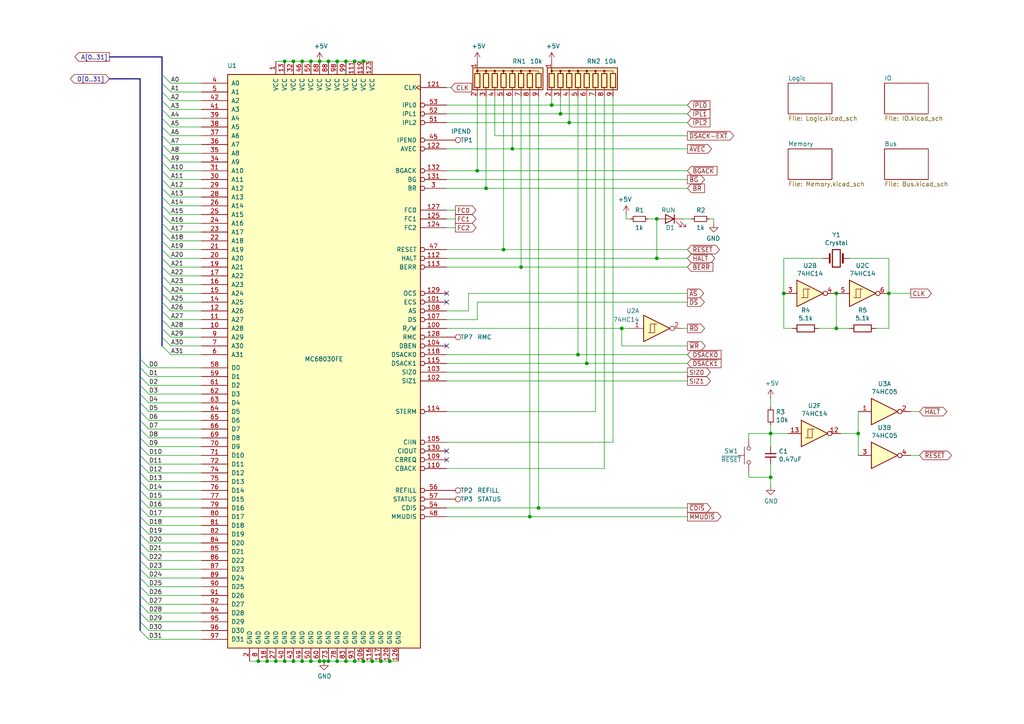
<source format=kicad_sch>
(kicad_sch (version 20250114) (generator "eeschema") (generator_version "9.0")
  (paper "A4")
  (title_block (title "Single Board Computer") (rev "2"))
  (lib_symbols
    (symbol "74xx:74HC14" (pin_names (offset 1.016))
      (property "Reference" "U" (at 0 1.27 0))
      (property "Value" "74HC14" (at 0 -1.27 0))
      (symbol "74HC14_1_0"
        (pin input line (at -7.62 0 0) (length 3.81) (name "~") (number "1"))
        (pin output inverted (at 7.62 0 180) (length 3.81) (name "~") (number "2"))
      )
      (symbol "74HC14_2_0"
        (pin input line (at -7.62 0 0) (length 3.81) (name "~") (number "3"))
        (pin output inverted (at 7.62 0 180) (length 3.81) (name "~") (number "4"))
      )
      (symbol "74HC14_3_0"
        (pin input line (at -7.62 0 0) (length 3.81) (name "~") (number "5"))
        (pin output inverted (at 7.62 0 180) (length 3.81) (name "~") (number "6"))
      )
      (symbol "74HC14_4_0"
        (pin input line (at -7.62 0 0) (length 3.81) (name "~") (number "9"))
        (pin output inverted (at 7.62 0 180) (length 3.81) (name "~") (number "8"))
      )
      (symbol "74HC14_5_0"
        (pin input line (at -7.62 0 0) (length 3.81) (name "~") (number "11"))
        (pin output inverted (at 7.62 0 180) (length 3.81) (name "~") (number "10"))
      )
      (symbol "74HC14_6_0"
        (pin input line (at -7.62 0 0) (length 3.81) (name "~") (number "13"))
        (pin output inverted (at 7.62 0 180) (length 3.81) (name "~") (number "12"))
      )
      (symbol "74HC14_7_0"
        (pin power_in line (at 0 12.7 270) (length 5.08) (name "VCC") (number "14"))
        (pin power_in line (at 0 -12.7 90) (length 5.08) (name "GND") (number "7"))
      )
    )
    (symbol "74xx:74LS05" (pin_names (offset 1.016))
      (property "Reference" "U" (at 0 1.27 0))
      (property "Value" "74LS05" (at 0 -1.27 0))
      (symbol "74LS05_1_0"
        (pin input line (at -7.62 0 0) (length 3.81) (name "~") (number "1"))
        (pin open_collector inverted (at 7.62 0 180) (length 3.81) (name "~") (number "2"))
      )
      (symbol "74LS05_2_0"
        (pin input line (at -7.62 0 0) (length 3.81) (name "~") (number "3"))
        (pin open_collector inverted (at 7.62 0 180) (length 3.81) (name "~") (number "4"))
      )
      (symbol "74LS05_3_0"
        (pin input line (at -7.62 0 0) (length 3.81) (name "~") (number "5"))
        (pin open_collector inverted (at 7.62 0 180) (length 3.81) (name "~") (number "6"))
      )
      (symbol "74LS05_4_0"
        (pin input line (at -7.62 0 0) (length 3.81) (name "~") (number "9"))
        (pin open_collector inverted (at 7.62 0 180) (length 3.81) (name "~") (number "8"))
      )
      (symbol "74LS05_5_0"
        (pin input line (at -7.62 0 0) (length 3.81) (name "~") (number "11"))
        (pin open_collector inverted (at 7.62 0 180) (length 3.81) (name "~") (number "10"))
      )
      (symbol "74LS05_6_0"
        (pin input line (at -7.62 0 0) (length 3.81) (name "~") (number "13"))
        (pin open_collector inverted (at 7.62 0 180) (length 3.81) (name "~") (number "12"))
      )
      (symbol "74LS05_7_0"
        (pin power_in line (at 0 12.7 270) (length 5.08) (name "VCC") (number "14"))
        (pin power_in line (at 0 -12.7 90) (length 5.08) (name "GND") (number "7"))
      )
    )
    (symbol "Computie_68k:MC68030FE" (pin_names (offset 1.016))
      (property "Reference" "U" (at 0 2.54 0))
      (property "Value" "MC68030FE" (at 0 0 0))
      (symbol "MC68030FE_1_1"
        (pin output line (at -35.56 80.01 0) (length 7.62) (name "A0") (number "4"))
        (pin output line (at -35.56 77.47 0) (length 7.62) (name "A1") (number "5"))
        (pin output line (at -35.56 74.93 0) (length 7.62) (name "A2") (number "42"))
        (pin output line (at -35.56 72.39 0) (length 7.62) (name "A3") (number "41"))
        (pin output line (at -35.56 69.85 0) (length 7.62) (name "A4") (number "39"))
        (pin output line (at -35.56 67.31 0) (length 7.62) (name "A5") (number "38"))
        (pin output line (at -35.56 64.77 0) (length 7.62) (name "A6") (number "37"))
        (pin output line (at -35.56 62.23 0) (length 7.62) (name "A7") (number "36"))
        (pin output line (at -35.56 59.69 0) (length 7.62) (name "A8") (number "35"))
        (pin output line (at -35.56 57.15 0) (length 7.62) (name "A9") (number "34"))
        (pin output line (at -35.56 54.61 0) (length 7.62) (name "A10") (number "31"))
        (pin output line (at -35.56 52.07 0) (length 7.62) (name "A11") (number "30"))
        (pin output line (at -35.56 49.53 0) (length 7.62) (name "A12") (number "29"))
        (pin output line (at -35.56 46.99 0) (length 7.62) (name "A13") (number "28"))
        (pin output line (at -35.56 44.45 0) (length 7.62) (name "A14") (number "26"))
        (pin output line (at -35.56 41.91 0) (length 7.62) (name "A15") (number "25"))
        (pin output line (at -35.56 39.37 0) (length 7.62) (name "A16") (number "24"))
        (pin output line (at -35.56 36.83 0) (length 7.62) (name "A17") (number "23"))
        (pin output line (at -35.56 34.29 0) (length 7.62) (name "A18") (number "22"))
        (pin output line (at -35.56 31.75 0) (length 7.62) (name "A19") (number "21"))
        (pin output line (at -35.56 29.21 0) (length 7.62) (name "A20") (number "20"))
        (pin output line (at -35.56 26.67 0) (length 7.62) (name "A21") (number "19"))
        (pin output line (at -35.56 24.13 0) (length 7.62) (name "A22") (number "17"))
        (pin output line (at -35.56 21.59 0) (length 7.62) (name "A23") (number "16"))
        (pin output line (at -35.56 19.05 0) (length 7.62) (name "A24") (number "15"))
        (pin output line (at -35.56 16.51 0) (length 7.62) (name "A25") (number "14"))
        (pin output line (at -35.56 13.97 0) (length 7.62) (name "A26") (number "12"))
        (pin output line (at -35.56 11.43 0) (length 7.62) (name "A27") (number "11"))
        (pin output line (at -35.56 8.89 0) (length 7.62) (name "A28") (number "10"))
        (pin output line (at -35.56 6.35 0) (length 7.62) (name "A29") (number "9"))
        (pin output line (at -35.56 3.81 0) (length 7.62) (name "A30") (number "7"))
        (pin output line (at -35.56 1.27 0) (length 7.62) (name "A31") (number "6"))
        (pin bidirectional line (at -35.56 -2.54 0) (length 7.62) (name "D0") (number "58"))
        (pin bidirectional line (at -35.56 -5.08 0) (length 7.62) (name "D1") (number "59"))
        (pin bidirectional line (at -35.56 -7.62 0) (length 7.62) (name "D2") (number "61"))
        (pin bidirectional line (at -35.56 -10.16 0) (length 7.62) (name "D3") (number "62"))
        (pin bidirectional line (at -35.56 -12.7 0) (length 7.62) (name "D4") (number "63"))
        (pin bidirectional line (at -35.56 -15.24 0) (length 7.62) (name "D5") (number "64"))
        (pin bidirectional line (at -35.56 -17.78 0) (length 7.62) (name "D6") (number "65"))
        (pin bidirectional line (at -35.56 -20.32 0) (length 7.62) (name "D7") (number "66"))
        (pin bidirectional line (at -35.56 -22.86 0) (length 7.62) (name "D8") (number "69"))
        (pin bidirectional line (at -35.56 -25.4 0) (length 7.62) (name "D9") (number "70"))
        (pin bidirectional line (at -35.56 -27.94 0) (length 7.62) (name "D10") (number "71"))
        (pin bidirectional line (at -35.56 -30.48 0) (length 7.62) (name "D11") (number "72"))
        (pin bidirectional line (at -35.56 -33.02 0) (length 7.62) (name "D12") (number "74"))
        (pin bidirectional line (at -35.56 -35.56 0) (length 7.62) (name "D13") (number "75"))
        (pin bidirectional line (at -35.56 -38.1 0) (length 7.62) (name "D14") (number "76"))
        (pin bidirectional line (at -35.56 -40.64 0) (length 7.62) (name "D15") (number "77"))
        (pin bidirectional line (at -35.56 -43.18 0) (length 7.62) (name "D16") (number "79"))
        (pin bidirectional line (at -35.56 -45.72 0) (length 7.62) (name "D17") (number "80"))
        (pin bidirectional line (at -35.56 -48.26 0) (length 7.62) (name "D18") (number "81"))
        (pin bidirectional line (at -35.56 -50.8 0) (length 7.62) (name "D19") (number "82"))
        (pin bidirectional line (at -35.56 -53.34 0) (length 7.62) (name "D20") (number "84"))
        (pin bidirectional line (at -35.56 -55.88 0) (length 7.62) (name "D21") (number "85"))
        (pin bidirectional line (at -35.56 -58.42 0) (length 7.62) (name "D22") (number "86"))
        (pin bidirectional line (at -35.56 -60.96 0) (length 7.62) (name "D23") (number "87"))
        (pin bidirectional line (at -35.56 -63.5 0) (length 7.62) (name "D24") (number "89"))
        (pin bidirectional line (at -35.56 -66.04 0) (length 7.62) (name "D25") (number "90"))
        (pin bidirectional line (at -35.56 -68.58 0) (length 7.62) (name "D26") (number "91"))
        (pin bidirectional line (at -35.56 -71.12 0) (length 7.62) (name "D27") (number "92"))
        (pin bidirectional line (at -35.56 -73.66 0) (length 7.62) (name "D28") (number "94"))
        (pin bidirectional line (at -35.56 -76.2 0) (length 7.62) (name "D29") (number "95"))
        (pin bidirectional line (at -35.56 -78.74 0) (length 7.62) (name "D30") (number "96"))
        (pin bidirectional line (at -35.56 -81.28 0) (length 7.62) (name "D31") (number "97"))
        (pin power_in line (at -21.59 -87.63 90) (length 3.81) (name "GND") (number "2"))
        (pin power_in line (at -19.05 -87.63 90) (length 3.81) (name "GND") (number "8"))
        (pin power_in line (at -16.51 -87.63 90) (length 3.81) (name "GND") (number "18"))
        (pin power_in line (at -13.97 86.36 270) (length 3.81) (name "VCC") (number "1"))
        (pin power_in line (at -13.97 -87.63 90) (length 3.81) (name "GND") (number "27"))
        (pin power_in line (at -11.43 86.36 270) (length 3.81) (name "VCC") (number "13"))
        (pin power_in line (at -11.43 -87.63 90) (length 3.81) (name "GND") (number "40"))
        (pin power_in line (at -8.89 86.36 270) (length 3.81) (name "VCC") (number "32"))
        (pin power_in line (at -8.89 -87.63 90) (length 3.81) (name "GND") (number "43"))
        (pin power_in line (at -6.35 86.36 270) (length 3.81) (name "VCC") (number "46"))
        (pin power_in line (at -6.35 -87.63 90) (length 3.81) (name "GND") (number "49"))
        (pin power_in line (at -3.81 86.36 270) (length 3.81) (name "VCC") (number "55"))
        (pin power_in line (at -3.81 -87.63 90) (length 3.81) (name "GND") (number "50"))
        (pin power_in line (at -1.27 86.36 270) (length 3.81) (name "VCC") (number "68"))
        (pin power_in line (at -1.27 -87.63 90) (length 3.81) (name "GND") (number "60"))
        (pin power_in line (at 1.27 86.36 270) (length 3.81) (name "VCC") (number "88"))
        (pin power_in line (at 1.27 -87.63 90) (length 3.81) (name "GND") (number "73"))
        (pin power_in line (at 3.81 86.36 270) (length 3.81) (name "VCC") (number "98"))
        (pin power_in line (at 3.81 -87.63 90) (length 3.81) (name "GND") (number "78"))
        (pin power_in line (at 6.35 86.36 270) (length 3.81) (name "VCC") (number "99"))
        (pin power_in line (at 6.35 -87.63 90) (length 3.81) (name "GND") (number "83"))
        (pin power_in line (at 8.89 86.36 270) (length 3.81) (name "VCC") (number "111"))
        (pin power_in line (at 8.89 -87.63 90) (length 3.81) (name "GND") (number "93"))
        (pin power_in line (at 11.43 86.36 270) (length 3.81) (name "VCC") (number "119"))
        (pin power_in line (at 11.43 -87.63 90) (length 3.81) (name "GND") (number "106"))
        (pin power_in line (at 13.97 86.36 270) (length 3.81) (name "VCC") (number "123"))
        (pin power_in line (at 13.97 -87.63 90) (length 3.81) (name "GND") (number "116"))
        (pin power_in line (at 16.51 -87.63 90) (length 3.81) (name "GND") (number "117"))
        (pin power_in line (at 19.05 -87.63 90) (length 3.81) (name "GND") (number "120"))
        (pin power_in line (at 21.59 -87.63 90) (length 3.81) (name "GND") (number "126"))
        (pin no_connect line (at 27.94 -54.61 180) (length 0) (hide yes) (name "NC") (number "33"))
        (pin no_connect line (at 27.94 -57.15 180) (length 0) (hide yes) (name "NC") (number "44"))
        (pin no_connect line (at 27.94 -59.69 180) (length 0) (hide yes) (name "NC") (number "67"))
        (pin input clock (at 35.56 78.74 180) (length 7.62) (name "CLK") (number "121"))
        (pin input inverted (at 35.56 73.66 180) (length 7.62) (name "IPL0") (number "53"))
        (pin input inverted (at 35.56 71.12 180) (length 7.62) (name "IPL1") (number "52"))
        (pin input inverted (at 35.56 68.58 180) (length 7.62) (name "IPL2") (number "51"))
        (pin output inverted (at 35.56 63.5 180) (length 7.62) (name "IPEND") (number "45"))
        (pin input inverted (at 35.56 60.96 180) (length 7.62) (name "AVEC") (number "122"))
        (pin input inverted (at 35.56 54.61 180) (length 7.62) (name "BGACK") (number "132"))
        (pin output inverted (at 35.56 52.07 180) (length 7.62) (name "BG") (number "131"))
        (pin input inverted (at 35.56 49.53 180) (length 7.62) (name "BR") (number "3"))
        (pin output line (at 35.56 43.18 180) (length 7.62) (name "FC0") (number "127"))
        (pin output line (at 35.56 40.64 180) (length 7.62) (name "FC1") (number "125"))
        (pin output line (at 35.56 38.1 180) (length 7.62) (name "FC2") (number "124"))
        (pin bidirectional inverted (at 35.56 31.75 180) (length 7.62) (name "RESET") (number "47"))
        (pin input inverted (at 35.56 29.21 180) (length 7.62) (name "HALT") (number "112"))
        (pin input inverted (at 35.56 26.67 180) (length 7.62) (name "BERR") (number "113"))
        (pin output inverted (at 35.56 19.05 180) (length 7.62) (name "OCS") (number "129"))
        (pin output inverted (at 35.56 16.51 180) (length 7.62) (name "ECS") (number "101"))
        (pin output inverted (at 35.56 13.97 180) (length 7.62) (name "AS") (number "108"))
        (pin output inverted (at 35.56 11.43 180) (length 7.62) (name "DS") (number "107"))
        (pin output line (at 35.56 8.89 180) (length 7.62) (name "R/W") (number "100"))
        (pin output inverted (at 35.56 6.35 180) (length 7.62) (name "RMC") (number "128"))
        (pin output inverted (at 35.56 3.81 180) (length 7.62) (name "DBEN") (number "104"))
        (pin input inverted (at 35.56 1.27 180) (length 7.62) (name "DSACK0") (number "118"))
        (pin input inverted (at 35.56 -1.27 180) (length 7.62) (name "DSACK1") (number "115"))
        (pin output line (at 35.56 -3.81 180) (length 7.62) (name "SIZ0") (number "103"))
        (pin output line (at 35.56 -6.35 180) (length 7.62) (name "SIZ1") (number "102"))
        (pin input inverted (at 35.56 -15.24 180) (length 7.62) (name "STERM") (number "114"))
        (pin input inverted (at 35.56 -24.13 180) (length 7.62) (name "CIIN") (number "105"))
        (pin output inverted (at 35.56 -26.67 180) (length 7.62) (name "CIOUT") (number "130"))
        (pin output inverted (at 35.56 -29.21 180) (length 7.62) (name "CBREQ") (number "109"))
        (pin input inverted (at 35.56 -31.75 180) (length 7.62) (name "CBACK") (number "110"))
        (pin output inverted (at 35.56 -38.1 180) (length 7.62) (name "REFILL") (number "56"))
        (pin output inverted (at 35.56 -40.64 180) (length 7.62) (name "STATUS") (number "57"))
        (pin input inverted (at 35.56 -43.18 180) (length 7.62) (name "CDIS") (number "54"))
        (pin input inverted (at 35.56 -45.72 180) (length 7.62) (name "MMUDIS") (number "48"))
      )
    )
    (symbol "Connector:TestPoint" (pin_numbers (hide yes)) (pin_names (offset 0.762) (hide yes))
      (property "Reference" "TP" (at 0 6.858 0))
      (property "Value" "TestPoint" (at 0 5.08 0))
      (symbol "TestPoint_1_1"
        (pin passive line (at 0 0 90) (length 2.54) (name "1") (number "1"))
      )
    )
    (symbol "Device:C_Small" (pin_numbers (hide yes)) (pin_names (offset 0.254) (hide yes))
      (property "Reference" "C" (at 0.254 1.778 0))
      (property "Value" "C_Small" (at 0.254 -2.032 0))
      (symbol "C_Small_1_1"
        (pin passive line (at 0 2.54 270) (length 2.032) (name "~") (number "1"))
        (pin passive line (at 0 -2.54 90) (length 2.032) (name "~") (number "2"))
      )
    )
    (symbol "Device:Crystal" (pin_numbers (hide yes)) (pin_names (offset 1.016) (hide yes))
      (property "Reference" "Y" (at 0 3.81 0))
      (property "Value" "Crystal" (at 0 -3.81 0))
      (symbol "Crystal_1_1"
        (pin passive line (at -3.81 0 0) (length 1.27) (name "1") (number "1"))
        (pin passive line (at 3.81 0 180) (length 1.27) (name "2") (number "2"))
      )
    )
    (symbol "Device:LED" (pin_numbers (hide yes)) (pin_names (offset 1.016) (hide yes))
      (property "Reference" "D" (at 0 2.54 0))
      (property "Value" "LED" (at 0 -2.54 0))
      (symbol "LED_1_1"
        (pin passive line (at -3.81 0 0) (length 2.54) (name "K") (number "1"))
        (pin passive line (at 3.81 0 180) (length 2.54) (name "A") (number "2"))
      )
    )
    (symbol "Device:R" (pin_numbers (hide yes)) (pin_names (offset 0))
      (property "Reference" "R" (at 2.032 0 90))
      (property "Value" "R" (at 0 0 90))
      (symbol "R_1_1"
        (pin passive line (at 0 3.81 270) (length 1.27) (name "~") (number "1"))
        (pin passive line (at 0 -3.81 90) (length 1.27) (name "~") (number "2"))
      )
    )
    (symbol "Device:R_Network08" (pin_names (offset 0) (hide yes))
      (property "Reference" "RN" (at -12.7 0 90))
      (property "Value" "R_Network08" (at 10.16 0 90))
      (symbol "R_Network08_1_1"
        (pin passive line (at -10.16 5.08 270) (length 2.54) (name "common") (number "1"))
        (pin passive line (at -10.16 -5.08 90) (length 1.27) (name "R1") (number "2"))
        (pin passive line (at -7.62 -5.08 90) (length 1.27) (name "R2") (number "3"))
        (pin passive line (at -5.08 -5.08 90) (length 1.27) (name "R3") (number "4"))
        (pin passive line (at -2.54 -5.08 90) (length 1.27) (name "R4") (number "5"))
        (pin passive line (at 0 -5.08 90) (length 1.27) (name "R5") (number "6"))
        (pin passive line (at 2.54 -5.08 90) (length 1.27) (name "R6") (number "7"))
        (pin passive line (at 5.08 -5.08 90) (length 1.27) (name "R7") (number "8"))
        (pin passive line (at 7.62 -5.08 90) (length 1.27) (name "R8") (number "9"))
      )
    )
    (symbol "Device:R_Small" (pin_numbers (hide yes)) (pin_names (offset 0.254) (hide yes))
      (property "Reference" "R" (at 0.762 0.508 0))
      (property "Value" "R_Small" (at 0.762 -1.016 0))
      (symbol "R_Small_1_1"
        (pin passive line (at 0 2.54 270) (length 0.762) (name "~") (number "1"))
        (pin passive line (at 0 -2.54 90) (length 0.762) (name "~") (number "2"))
      )
    )
    (symbol "Switch:SW_Push" (pin_numbers (hide yes)) (pin_names (offset 1.016) (hide yes))
      (property "Reference" "SW" (at 1.27 2.54 0))
      (property "Value" "SW_Push" (at 0 -1.524 0))
      (symbol "SW_Push_0_1"
        (pin passive line (at -5.08 0 0) (length 2.54) (name "1") (number "1"))
        (pin passive line (at 5.08 0 180) (length 2.54) (name "2") (number "2"))
      )
    )
    (symbol "power:+5V" (power) (pin_names (offset 0))
      (property "Value" "+5V" (at 0 3.556 0))
      (symbol "+5V_1_1"
        (pin power_in line (at 0 0 90) (length 0) (hide yes) (name "+5V") (number "1"))
      )
    )
    (symbol "power:GND" (power) (pin_names (offset 0))
      (property "Value" "GND" (at 0 -3.81 0))
      (symbol "GND_1_1"
        (pin power_in line (at 0 0 270) (length 0) (hide yes) (name "GND") (number "1"))
      )
    )
  )
  (junction (at 93.98 191.77))
  (junction (at 90.17 191.77))
  (junction (at 87.63 17.78))
  (junction (at 102.87 17.78))
  (junction (at 107.95 191.77))
  (junction (at 223.52 125.73))
  (junction (at 82.55 191.77))
  (junction (at 95.25 191.77))
  (junction (at 151.13 77.47))
  (junction (at 110.49 191.77))
  (junction (at 97.79 17.78))
  (junction (at 160.02 30.48))
  (junction (at 85.09 17.78))
  (junction (at 102.87 191.77))
  (junction (at 167.64 102.87))
  (junction (at 95.25 17.78))
  (junction (at 153.67 149.86))
  (junction (at 146.05 72.39))
  (junction (at 90.17 17.78))
  (junction (at 74.93 191.77))
  (junction (at 113.03 191.77))
  (junction (at 162.56 33.02))
  (junction (at 85.09 191.77))
  (junction (at 77.47 191.77))
  (junction (at 92.71 191.77))
  (junction (at 257.81 85.09))
  (junction (at 227.33 85.09))
  (junction (at 87.63 191.77))
  (junction (at 97.79 191.77))
  (junction (at 140.97 54.61))
  (junction (at 100.33 191.77))
  (junction (at 156.21 147.32))
  (junction (at 242.57 85.09))
  (junction (at 170.18 105.41))
  (junction (at 190.5 74.93))
  (junction (at 80.01 191.77))
  (junction (at 100.33 17.78))
  (junction (at 105.41 17.78))
  (junction (at 242.57 95.25))
  (junction (at 138.43 49.53))
  (junction (at 82.55 17.78))
  (junction (at 148.59 43.18))
  (junction (at 105.41 191.77))
  (junction (at 165.1 35.56))
  (junction (at 92.71 17.78))
  (junction (at 223.52 138.43))
  (junction (at 180.34 95.25))
  (junction (at 190.5 63.5))
  (junction (at 248.92 125.73))
  (no_connect (at 129.54 133.35))
  (no_connect (at 129.54 130.81))
  (no_connect (at 129.54 100.33))
  (no_connect (at 129.54 87.63))
  (no_connect (at 129.54 85.09))
  (bus_entry (at 40.64 142.24) (size 2.54 2.54))
  (bus_entry (at 40.64 160.02) (size 2.54 2.54))
  (bus_entry (at 40.64 104.14) (size 2.54 2.54))
  (bus_entry (at 46.99 52.07) (size 2.54 2.54))
  (bus_entry (at 46.99 34.29) (size 2.54 2.54))
  (bus_entry (at 46.99 100.33) (size 2.54 2.54))
  (bus_entry (at 46.99 87.63) (size 2.54 2.54))
  (bus_entry (at 46.99 24.13) (size 2.54 2.54))
  (bus_entry (at 46.99 92.71) (size 2.54 2.54))
  (bus_entry (at 46.99 67.31) (size 2.54 2.54))
  (bus_entry (at 40.64 106.68) (size 2.54 2.54))
  (bus_entry (at 40.64 139.7) (size 2.54 2.54))
  (bus_entry (at 40.64 134.62) (size 2.54 2.54))
  (bus_entry (at 40.64 152.4) (size 2.54 2.54))
  (bus_entry (at 40.64 147.32) (size 2.54 2.54))
  (bus_entry (at 40.64 182.88) (size 2.54 2.54))
  (bus_entry (at 46.99 41.91) (size 2.54 2.54))
  (bus_entry (at 46.99 57.15) (size 2.54 2.54))
  (bus_entry (at 40.64 180.34) (size 2.54 2.54))
  (bus_entry (at 40.64 114.3) (size 2.54 2.54))
  (bus_entry (at 40.64 144.78) (size 2.54 2.54))
  (bus_entry (at 40.64 154.94) (size 2.54 2.54))
  (bus_entry (at 46.99 39.37) (size 2.54 2.54))
  (bus_entry (at 46.99 29.21) (size 2.54 2.54))
  (bus_entry (at 46.99 69.85) (size 2.54 2.54))
  (bus_entry (at 40.64 119.38) (size 2.54 2.54))
  (bus_entry (at 46.99 74.93) (size 2.54 2.54))
  (bus_entry (at 46.99 36.83) (size 2.54 2.54))
  (bus_entry (at 40.64 121.92) (size 2.54 2.54))
  (bus_entry (at 46.99 90.17) (size 2.54 2.54))
  (bus_entry (at 46.99 64.77) (size 2.54 2.54))
  (bus_entry (at 40.64 149.86) (size 2.54 2.54))
  (bus_entry (at 46.99 77.47) (size 2.54 2.54))
  (bus_entry (at 40.64 177.8) (size 2.54 2.54))
  (bus_entry (at 46.99 82.55) (size 2.54 2.54))
  (bus_entry (at 40.64 172.72) (size 2.54 2.54))
  (bus_entry (at 40.64 132.08) (size 2.54 2.54))
  (bus_entry (at 40.64 111.76) (size 2.54 2.54))
  (bus_entry (at 46.99 62.23) (size 2.54 2.54))
  (bus_entry (at 46.99 44.45) (size 2.54 2.54))
  (bus_entry (at 46.99 59.69) (size 2.54 2.54))
  (bus_entry (at 46.99 95.25) (size 2.54 2.54))
  (bus_entry (at 46.99 85.09) (size 2.54 2.54))
  (bus_entry (at 40.64 124.46) (size 2.54 2.54))
  (bus_entry (at 46.99 72.39) (size 2.54 2.54))
  (bus_entry (at 40.64 127) (size 2.54 2.54))
  (bus_entry (at 46.99 31.75) (size 2.54 2.54))
  (bus_entry (at 40.64 116.84) (size 2.54 2.54))
  (bus_entry (at 40.64 109.22) (size 2.54 2.54))
  (bus_entry (at 40.64 167.64) (size 2.54 2.54))
  (bus_entry (at 46.99 26.67) (size 2.54 2.54))
  (bus_entry (at 40.64 170.18) (size 2.54 2.54))
  (bus_entry (at 40.64 137.16) (size 2.54 2.54))
  (bus_entry (at 40.64 175.26) (size 2.54 2.54))
  (bus_entry (at 40.64 165.1) (size 2.54 2.54))
  (bus_entry (at 46.99 97.79) (size 2.54 2.54))
  (bus_entry (at 46.99 46.99) (size 2.54 2.54))
  (bus_entry (at 40.64 157.48) (size 2.54 2.54))
  (bus_entry (at 46.99 54.61) (size 2.54 2.54))
  (bus_entry (at 46.99 21.59) (size 2.54 2.54))
  (bus_entry (at 40.64 162.56) (size 2.54 2.54))
  (bus_entry (at 46.99 80.01) (size 2.54 2.54))
  (bus_entry (at 46.99 49.53) (size 2.54 2.54))
  (bus_entry (at 40.64 129.54) (size 2.54 2.54))
  (wire (pts (xy 105.41 17.78) (xy 107.95 17.78)))
  (wire (pts (xy 43.18 149.86) (xy 58.42 149.86)))
  (bus (pts (xy 40.64 152.4) (xy 40.64 154.94)))
  (wire (pts (xy 90.17 191.77) (xy 92.71 191.77)))
  (bus (pts (xy 40.64 162.56) (xy 40.64 165.1)))
  (bus (pts (xy 46.99 80.01) (xy 46.99 82.55)))
  (bus (pts (xy 46.99 16.51) (xy 46.99 21.59)))
  (wire (pts (xy 223.52 125.73) (xy 223.52 129.54)))
  (wire (pts (xy 43.18 106.68) (xy 58.42 106.68)))
  (wire (pts (xy 43.18 132.08) (xy 58.42 132.08)))
  (bus (pts (xy 40.64 154.94) (xy 40.64 157.48)))
  (wire (pts (xy 49.53 90.17) (xy 58.42 90.17)))
  (wire (pts (xy 167.64 102.87) (xy 199.39 102.87)))
  (bus (pts (xy 46.99 16.51) (xy 31.75 16.51)))
  (bus (pts (xy 46.99 64.77) (xy 46.99 67.31)))
  (bus (pts (xy 46.99 67.31) (xy 46.99 69.85)))
  (wire (pts (xy 264.16 132.08) (xy 266.7 132.08)))
  (wire (pts (xy 190.5 74.93) (xy 199.39 74.93)))
  (wire (pts (xy 43.18 147.32) (xy 58.42 147.32)))
  (bus (pts (xy 40.64 165.1) (xy 40.64 167.64)))
  (wire (pts (xy 217.17 137.16) (xy 217.17 138.43)))
  (bus (pts (xy 40.64 124.46) (xy 40.64 127)))
  (wire (pts (xy 129.54 49.53) (xy 138.43 49.53)))
  (wire (pts (xy 151.13 77.47) (xy 151.13 27.94)))
  (wire (pts (xy 181.61 63.5) (xy 181.61 62.23)))
  (wire (pts (xy 170.18 27.94) (xy 170.18 105.41)))
  (bus (pts (xy 46.99 92.71) (xy 46.99 95.25)))
  (wire (pts (xy 129.54 25.4) (xy 130.81 25.4)))
  (wire (pts (xy 97.79 191.77) (xy 100.33 191.77)))
  (bus (pts (xy 40.64 121.92) (xy 40.64 124.46)))
  (wire (pts (xy 90.17 17.78) (xy 92.71 17.78)))
  (bus (pts (xy 46.99 34.29) (xy 46.99 36.83)))
  (wire (pts (xy 49.53 64.77) (xy 58.42 64.77)))
  (wire (pts (xy 43.18 109.22) (xy 58.42 109.22)))
  (wire (pts (xy 257.81 95.25) (xy 257.81 85.09)))
  (wire (pts (xy 257.81 85.09) (xy 264.16 85.09)))
  (wire (pts (xy 49.53 77.47) (xy 58.42 77.47)))
  (wire (pts (xy 177.8 27.94) (xy 177.8 128.27)))
  (wire (pts (xy 223.52 125.73) (xy 223.52 123.19)))
  (wire (pts (xy 49.53 92.71) (xy 58.42 92.71)))
  (bus (pts (xy 46.99 85.09) (xy 46.99 87.63)))
  (bus (pts (xy 46.99 46.99) (xy 46.99 49.53)))
  (wire (pts (xy 85.09 191.77) (xy 87.63 191.77)))
  (wire (pts (xy 49.53 44.45) (xy 58.42 44.45)))
  (wire (pts (xy 129.54 95.25) (xy 180.34 95.25)))
  (wire (pts (xy 107.95 191.77) (xy 110.49 191.77)))
  (wire (pts (xy 248.92 125.73) (xy 248.92 132.08)))
  (wire (pts (xy 43.18 160.02) (xy 58.42 160.02)))
  (wire (pts (xy 129.54 128.27) (xy 177.8 128.27)))
  (bus (pts (xy 46.99 26.67) (xy 46.99 29.21)))
  (wire (pts (xy 237.49 95.25) (xy 242.57 95.25)))
  (bus (pts (xy 40.64 22.86) (xy 31.75 22.86)))
  (wire (pts (xy 49.53 49.53) (xy 58.42 49.53)))
  (wire (pts (xy 43.18 129.54) (xy 58.42 129.54)))
  (wire (pts (xy 165.1 35.56) (xy 199.39 35.56)))
  (wire (pts (xy 43.18 111.76) (xy 58.42 111.76)))
  (wire (pts (xy 43.18 180.34) (xy 58.42 180.34)))
  (bus (pts (xy 40.64 170.18) (xy 40.64 172.72)))
  (wire (pts (xy 49.53 31.75) (xy 58.42 31.75)))
  (wire (pts (xy 248.92 125.73) (xy 243.84 125.73)))
  (wire (pts (xy 49.53 46.99) (xy 58.42 46.99)))
  (wire (pts (xy 160.02 30.48) (xy 199.39 30.48)))
  (wire (pts (xy 43.18 121.92) (xy 58.42 121.92)))
  (wire (pts (xy 49.53 24.13) (xy 58.42 24.13)))
  (wire (pts (xy 100.33 191.77) (xy 102.87 191.77)))
  (wire (pts (xy 170.18 105.41) (xy 199.39 105.41)))
  (wire (pts (xy 181.61 63.5) (xy 182.88 63.5)))
  (bus (pts (xy 40.64 180.34) (xy 40.64 182.88)))
  (wire (pts (xy 148.59 43.18) (xy 199.39 43.18)))
  (wire (pts (xy 49.53 62.23) (xy 58.42 62.23)))
  (wire (pts (xy 156.21 27.94) (xy 156.21 147.32)))
  (wire (pts (xy 49.53 26.67) (xy 58.42 26.67)))
  (wire (pts (xy 43.18 185.42) (xy 58.42 185.42)))
  (wire (pts (xy 190.5 63.5) (xy 190.5 74.93)))
  (bus (pts (xy 40.64 149.86) (xy 40.64 152.4)))
  (wire (pts (xy 43.18 175.26) (xy 58.42 175.26)))
  (wire (pts (xy 49.53 97.79) (xy 58.42 97.79)))
  (bus (pts (xy 46.99 21.59) (xy 46.99 24.13)))
  (wire (pts (xy 140.97 54.61) (xy 140.97 27.94)))
  (wire (pts (xy 92.71 191.77) (xy 93.98 191.77)))
  (wire (pts (xy 162.56 33.02) (xy 199.39 33.02)))
  (wire (pts (xy 199.39 110.49) (xy 129.54 110.49)))
  (wire (pts (xy 43.18 172.72) (xy 58.42 172.72)))
  (wire (pts (xy 97.79 17.78) (xy 100.33 17.78)))
  (wire (pts (xy 138.43 49.53) (xy 199.39 49.53)))
  (wire (pts (xy 138.43 87.63) (xy 199.39 87.63)))
  (wire (pts (xy 228.6 125.73) (xy 223.52 125.73)))
  (wire (pts (xy 49.53 74.93) (xy 58.42 74.93)))
  (wire (pts (xy 43.18 116.84) (xy 58.42 116.84)))
  (wire (pts (xy 129.54 33.02) (xy 162.56 33.02)))
  (bus (pts (xy 40.64 127) (xy 40.64 129.54)))
  (wire (pts (xy 85.09 17.78) (xy 87.63 17.78)))
  (bus (pts (xy 40.64 139.7) (xy 40.64 142.24)))
  (wire (pts (xy 242.57 95.25) (xy 242.57 85.09)))
  (wire (pts (xy 153.67 27.94) (xy 153.67 149.86)))
  (wire (pts (xy 110.49 191.77) (xy 113.03 191.77)))
  (wire (pts (xy 43.18 182.88) (xy 58.42 182.88)))
  (bus (pts (xy 46.99 49.53) (xy 46.99 52.07)))
  (wire (pts (xy 43.18 167.64) (xy 58.42 167.64)))
  (wire (pts (xy 223.52 140.97) (xy 223.52 138.43)))
  (bus (pts (xy 40.64 177.8) (xy 40.64 180.34)))
  (wire (pts (xy 100.33 17.78) (xy 102.87 17.78)))
  (wire (pts (xy 129.54 43.18) (xy 148.59 43.18)))
  (wire (pts (xy 180.34 100.33) (xy 199.39 100.33)))
  (wire (pts (xy 135.89 90.17) (xy 129.54 90.17)))
  (wire (pts (xy 180.34 95.25) (xy 182.88 95.25)))
  (wire (pts (xy 198.12 95.25) (xy 199.39 95.25)))
  (wire (pts (xy 129.54 147.32) (xy 156.21 147.32)))
  (wire (pts (xy 43.18 139.7) (xy 58.42 139.7)))
  (wire (pts (xy 43.18 124.46) (xy 58.42 124.46)))
  (wire (pts (xy 129.54 72.39) (xy 146.05 72.39)))
  (wire (pts (xy 43.18 170.18) (xy 58.42 170.18)))
  (bus (pts (xy 46.99 44.45) (xy 46.99 46.99)))
  (bus (pts (xy 46.99 90.17) (xy 46.99 92.71)))
  (wire (pts (xy 87.63 17.78) (xy 90.17 17.78)))
  (wire (pts (xy 49.53 87.63) (xy 58.42 87.63)))
  (wire (pts (xy 105.41 191.77) (xy 107.95 191.77)))
  (wire (pts (xy 43.18 134.62) (xy 58.42 134.62)))
  (wire (pts (xy 129.54 77.47) (xy 151.13 77.47)))
  (wire (pts (xy 87.63 191.77) (xy 90.17 191.77)))
  (wire (pts (xy 217.17 138.43) (xy 223.52 138.43)))
  (wire (pts (xy 135.89 85.09) (xy 199.39 85.09)))
  (wire (pts (xy 135.89 85.09) (xy 135.89 90.17)))
  (wire (pts (xy 49.53 36.83) (xy 58.42 36.83)))
  (wire (pts (xy 146.05 72.39) (xy 199.39 72.39)))
  (wire (pts (xy 129.54 60.96) (xy 132.08 60.96)))
  (wire (pts (xy 140.97 54.61) (xy 199.39 54.61)))
  (wire (pts (xy 146.05 27.94) (xy 146.05 72.39)))
  (wire (pts (xy 93.98 191.77) (xy 95.25 191.77)))
  (wire (pts (xy 129.54 52.07) (xy 199.39 52.07)))
  (bus (pts (xy 40.64 114.3) (xy 40.64 116.84)))
  (wire (pts (xy 187.96 63.5) (xy 190.5 63.5)))
  (wire (pts (xy 227.33 95.25) (xy 229.87 95.25)))
  (wire (pts (xy 49.53 57.15) (xy 58.42 57.15)))
  (bus (pts (xy 46.99 52.07) (xy 46.99 54.61)))
  (bus (pts (xy 40.64 109.22) (xy 40.64 111.76)))
  (wire (pts (xy 43.18 157.48) (xy 58.42 157.48)))
  (wire (pts (xy 148.59 27.94) (xy 148.59 43.18)))
  (wire (pts (xy 160.02 30.48) (xy 160.02 27.94)))
  (wire (pts (xy 129.54 74.93) (xy 190.5 74.93)))
  (wire (pts (xy 49.53 82.55) (xy 58.42 82.55)))
  (wire (pts (xy 95.25 17.78) (xy 97.79 17.78)))
  (wire (pts (xy 167.64 27.94) (xy 167.64 102.87)))
  (bus (pts (xy 46.99 31.75) (xy 46.99 34.29)))
  (wire (pts (xy 151.13 77.47) (xy 199.39 77.47)))
  (wire (pts (xy 43.18 177.8) (xy 58.42 177.8)))
  (bus (pts (xy 40.64 22.86) (xy 40.64 104.14)))
  (wire (pts (xy 43.18 114.3) (xy 58.42 114.3)))
  (wire (pts (xy 227.33 74.93) (xy 227.33 85.09)))
  (wire (pts (xy 129.54 102.87) (xy 167.64 102.87)))
  (bus (pts (xy 46.99 77.47) (xy 46.99 80.01)))
  (bus (pts (xy 46.99 24.13) (xy 46.99 26.67)))
  (bus (pts (xy 46.99 39.37) (xy 46.99 41.91)))
  (wire (pts (xy 257.81 74.93) (xy 246.38 74.93)))
  (wire (pts (xy 49.53 100.33) (xy 58.42 100.33)))
  (bus (pts (xy 46.99 74.93) (xy 46.99 77.47)))
  (wire (pts (xy 175.26 135.89) (xy 175.26 27.94)))
  (wire (pts (xy 129.54 54.61) (xy 140.97 54.61)))
  (wire (pts (xy 143.51 39.37) (xy 199.39 39.37)))
  (wire (pts (xy 82.55 191.77) (xy 85.09 191.77)))
  (wire (pts (xy 162.56 33.02) (xy 162.56 27.94)))
  (bus (pts (xy 46.99 62.23) (xy 46.99 64.77)))
  (wire (pts (xy 49.53 67.31) (xy 58.42 67.31)))
  (wire (pts (xy 49.53 54.61) (xy 58.42 54.61)))
  (wire (pts (xy 143.51 27.94) (xy 143.51 39.37)))
  (wire (pts (xy 129.54 92.71) (xy 138.43 92.71)))
  (wire (pts (xy 217.17 125.73) (xy 223.52 125.73)))
  (wire (pts (xy 49.53 59.69) (xy 58.42 59.69)))
  (bus (pts (xy 46.99 97.79) (xy 46.99 100.33)))
  (bus (pts (xy 40.64 111.76) (xy 40.64 114.3)))
  (wire (pts (xy 49.53 72.39) (xy 58.42 72.39)))
  (wire (pts (xy 49.53 41.91) (xy 58.42 41.91)))
  (wire (pts (xy 49.53 85.09) (xy 58.42 85.09)))
  (bus (pts (xy 46.99 57.15) (xy 46.99 59.69)))
  (bus (pts (xy 46.99 87.63) (xy 46.99 90.17)))
  (wire (pts (xy 200.66 63.5) (xy 198.12 63.5)))
  (wire (pts (xy 49.53 102.87) (xy 58.42 102.87)))
  (wire (pts (xy 49.53 39.37) (xy 58.42 39.37)))
  (wire (pts (xy 172.72 119.38) (xy 129.54 119.38)))
  (bus (pts (xy 46.99 95.25) (xy 46.99 97.79)))
  (bus (pts (xy 40.64 157.48) (xy 40.64 160.02)))
  (wire (pts (xy 43.18 162.56) (xy 58.42 162.56)))
  (wire (pts (xy 217.17 127) (xy 217.17 125.73)))
  (bus (pts (xy 46.99 72.39) (xy 46.99 74.93)))
  (wire (pts (xy 74.93 191.77) (xy 77.47 191.77)))
  (bus (pts (xy 40.64 129.54) (xy 40.64 132.08)))
  (bus (pts (xy 46.99 29.21) (xy 46.99 31.75)))
  (wire (pts (xy 49.53 52.07) (xy 58.42 52.07)))
  (wire (pts (xy 223.52 134.62) (xy 223.52 138.43)))
  (wire (pts (xy 95.25 191.77) (xy 97.79 191.77)))
  (wire (pts (xy 129.54 149.86) (xy 153.67 149.86)))
  (wire (pts (xy 266.7 119.38) (xy 264.16 119.38)))
  (wire (pts (xy 242.57 95.25) (xy 246.38 95.25)))
  (wire (pts (xy 82.55 17.78) (xy 85.09 17.78)))
  (wire (pts (xy 77.47 191.77) (xy 80.01 191.77)))
  (bus (pts (xy 40.64 144.78) (xy 40.64 147.32)))
  (wire (pts (xy 49.53 29.21) (xy 58.42 29.21)))
  (wire (pts (xy 49.53 34.29) (xy 58.42 34.29)))
  (bus (pts (xy 40.64 106.68) (xy 40.64 109.22)))
  (wire (pts (xy 113.03 191.77) (xy 115.57 191.77)))
  (wire (pts (xy 238.76 74.93) (xy 227.33 74.93)))
  (wire (pts (xy 43.18 142.24) (xy 58.42 142.24)))
  (bus (pts (xy 46.99 41.91) (xy 46.99 44.45)))
  (wire (pts (xy 248.92 119.38) (xy 248.92 125.73)))
  (bus (pts (xy 46.99 69.85) (xy 46.99 72.39)))
  (bus (pts (xy 40.64 172.72) (xy 40.64 175.26)))
  (wire (pts (xy 180.34 100.33) (xy 180.34 95.25)))
  (wire (pts (xy 49.53 95.25) (xy 58.42 95.25)))
  (wire (pts (xy 49.53 69.85) (xy 58.42 69.85)))
  (bus (pts (xy 40.64 137.16) (xy 40.64 139.7)))
  (bus (pts (xy 46.99 36.83) (xy 46.99 39.37)))
  (wire (pts (xy 80.01 191.77) (xy 82.55 191.77)))
  (bus (pts (xy 40.64 132.08) (xy 40.64 134.62)))
  (wire (pts (xy 43.18 165.1) (xy 58.42 165.1)))
  (wire (pts (xy 172.72 27.94) (xy 172.72 119.38)))
  (wire (pts (xy 43.18 154.94) (xy 58.42 154.94)))
  (wire (pts (xy 129.54 63.5) (xy 132.08 63.5)))
  (wire (pts (xy 43.18 119.38) (xy 58.42 119.38)))
  (wire (pts (xy 92.71 17.78) (xy 95.25 17.78)))
  (wire (pts (xy 102.87 17.78) (xy 105.41 17.78)))
  (wire (pts (xy 223.52 115.57) (xy 223.52 118.11)))
  (wire (pts (xy 43.18 152.4) (xy 58.42 152.4)))
  (bus (pts (xy 40.64 175.26) (xy 40.64 177.8)))
  (wire (pts (xy 72.39 191.77) (xy 74.93 191.77)))
  (wire (pts (xy 43.18 137.16) (xy 58.42 137.16)))
  (bus (pts (xy 40.64 104.14) (xy 40.64 106.68)))
  (wire (pts (xy 165.1 35.56) (xy 165.1 27.94)))
  (bus (pts (xy 40.64 134.62) (xy 40.64 137.16)))
  (bus (pts (xy 46.99 59.69) (xy 46.99 62.23)))
  (bus (pts (xy 40.64 160.02) (xy 40.64 162.56)))
  (wire (pts (xy 257.81 85.09) (xy 257.81 74.93)))
  (wire (pts (xy 207.01 63.5) (xy 205.74 63.5)))
  (bus (pts (xy 40.64 167.64) (xy 40.64 170.18)))
  (bus (pts (xy 46.99 82.55) (xy 46.99 85.09)))
  (bus (pts (xy 40.64 116.84) (xy 40.64 119.38)))
  (wire (pts (xy 102.87 191.77) (xy 105.41 191.77)))
  (wire (pts (xy 129.54 107.95) (xy 199.39 107.95)))
  (wire (pts (xy 80.01 17.78) (xy 82.55 17.78)))
  (wire (pts (xy 43.18 144.78) (xy 58.42 144.78)))
  (wire (pts (xy 129.54 135.89) (xy 175.26 135.89)))
  (wire (pts (xy 254 95.25) (xy 257.81 95.25)))
  (bus (pts (xy 40.64 142.24) (xy 40.64 144.78)))
  (wire (pts (xy 129.54 105.41) (xy 170.18 105.41)))
  (wire (pts (xy 129.54 35.56) (xy 165.1 35.56)))
  (bus (pts (xy 40.64 119.38) (xy 40.64 121.92)))
  (wire (pts (xy 129.54 66.04) (xy 132.08 66.04)))
  (wire (pts (xy 156.21 147.32) (xy 199.39 147.32)))
  (wire (pts (xy 43.18 127) (xy 58.42 127)))
  (wire (pts (xy 129.54 30.48) (xy 160.02 30.48)))
  (wire (pts (xy 138.43 49.53) (xy 138.43 27.94)))
  (wire (pts (xy 227.33 85.09) (xy 227.33 95.25)))
  (wire (pts (xy 207.01 63.5) (xy 207.01 64.77)))
  (bus (pts (xy 40.64 147.32) (xy 40.64 149.86)))
  (wire (pts (xy 153.67 149.86) (xy 199.39 149.86)))
  (wire (pts (xy 49.53 80.01) (xy 58.42 80.01)))
  (bus (pts (xy 46.99 54.61) (xy 46.99 57.15)))
  (wire (pts (xy 138.43 92.71) (xy 138.43 87.63)))
  (label "A1" (at 49.53 26.67 0))
  (label "D30" (at 43.18 182.88 0))
  (label "D19" (at 43.18 154.94 0))
  (label "A2" (at 49.53 29.21 0))
  (label "A17" (at 49.53 67.31 0))
  (label "D22" (at 43.18 162.56 0))
  (label "A13" (at 49.53 57.15 0))
  (label "D5" (at 43.18 119.38 0))
  (label "A10" (at 49.53 49.53 0))
  (label "A20" (at 49.53 74.93 0))
  (label "A3" (at 49.53 31.75 0))
  (label "D7" (at 43.18 124.46 0))
  (label "D21" (at 43.18 160.02 0))
  (label "D18" (at 43.18 152.4 0))
  (label "D16" (at 43.18 147.32 0))
  (label "A29" (at 49.53 97.79 0))
  (label "D13" (at 43.18 139.7 0))
  (label "D17" (at 43.18 149.86 0))
  (label "D31" (at 43.18 185.42 0))
  (label "A25" (at 49.53 87.63 0))
  (label "D8" (at 43.18 127 0))
  (label "D26" (at 43.18 172.72 0))
  (label "A24" (at 49.53 85.09 0))
  (label "A14" (at 49.53 59.69 0))
  (label "A19" (at 49.53 72.39 0))
  (label "D1" (at 43.18 109.22 0))
  (label "A8" (at 49.53 44.45 0))
  (label "A28" (at 49.53 95.25 0))
  (label "A30" (at 49.53 100.33 0))
  (label "D10" (at 43.18 132.08 0))
  (label "D2" (at 43.18 111.76 0))
  (label "D6" (at 43.18 121.92 0))
  (label "A23" (at 49.53 82.55 0))
  (label "A5" (at 49.53 36.83 0))
  (label "A9" (at 49.53 46.99 0))
  (label "D29" (at 43.18 180.34 0))
  (label "A21" (at 49.53 77.47 0))
  (label "D14" (at 43.18 142.24 0))
  (label "A16" (at 49.53 64.77 0))
  (label "A22" (at 49.53 80.01 0))
  (label "D23" (at 43.18 165.1 0))
  (label "A6" (at 49.53 39.37 0))
  (label "A27" (at 49.53 92.71 0))
  (label "D15" (at 43.18 144.78 0))
  (label "D27" (at 43.18 175.26 0))
  (label "A15" (at 49.53 62.23 0))
  (label "A12" (at 49.53 54.61 0))
  (label "D20" (at 43.18 157.48 0))
  (label "D4" (at 43.18 116.84 0))
  (label "A31" (at 49.53 102.87 0))
  (label "D28" (at 43.18 177.8 0))
  (label "A7" (at 49.53 41.91 0))
  (label "D0" (at 43.18 106.68 0))
  (label "D11" (at 43.18 134.62 0))
  (label "D3" (at 43.18 114.3 0))
  (label "D25" (at 43.18 170.18 0))
  (label "A18" (at 49.53 69.85 0))
  (label "A26" (at 49.53 90.17 0))
  (label "A4" (at 49.53 34.29 0))
  (label "D9" (at 43.18 129.54 0))
  (label "D12" (at 43.18 137.16 0))
  (label "A0" (at 49.53 24.13 0))
  (label "D24" (at 43.18 167.64 0))
  (label "A11" (at 49.53 52.07 0))
  (global_label "~{BG}" (shape output) (at 199.39 52.07 0) (property "Intersheetrefs" "${INTERSHEET_REFS}" (effects (hide yes))))
  (global_label "~{IPL2}" (shape input) (at 199.39 35.56 0) (property "Intersheetrefs" "${INTERSHEET_REFS}" (effects (hide yes))))
  (global_label "~{AS}" (shape output) (at 199.39 85.09 0) (property "Intersheetrefs" "${INTERSHEET_REFS}" (effects (hide yes))))
  (global_label "~{RESET}" (shape bidirectional) (at 199.39 72.39 0) (property "Intersheetrefs" "${INTERSHEET_REFS}" (effects (hide yes))))
  (global_label "~{DSACK0}" (shape input) (at 199.39 102.87 0) (property "Intersheetrefs" "${INTERSHEET_REFS}" (effects (hide yes))))
  (global_label "~{BGACK}" (shape input) (at 199.39 49.53 0) (property "Intersheetrefs" "${INTERSHEET_REFS}" (effects (hide yes))))
  (global_label "~{DSACK-EXT}" (shape output) (at 199.39 39.37 0) (property "Intersheetrefs" "${INTERSHEET_REFS}" (effects (hide yes))))
  (global_label "~{CDIS}" (shape output) (at 199.39 147.32 0) (property "Intersheetrefs" "${INTERSHEET_REFS}" (effects (hide yes))))
  (global_label "~{DS}" (shape output) (at 199.39 87.63 0) (property "Intersheetrefs" "${INTERSHEET_REFS}" (effects (hide yes))))
  (global_label "CLK" (shape input) (at 130.81 25.4 0) (property "Intersheetrefs" "${INTERSHEET_REFS}" (effects (hide yes))))
  (global_label "D[0..31]" (shape bidirectional) (at 31.75 22.86 180) (property "Intersheetrefs" "${INTERSHEET_REFS}" (effects (hide yes))))
  (global_label "CLK" (shape output) (at 264.16 85.09 0) (property "Intersheetrefs" "${INTERSHEET_REFS}" (effects (hide yes))))
  (global_label "~{WR}" (shape output) (at 199.39 100.33 0) (property "Intersheetrefs" "${INTERSHEET_REFS}" (effects (hide yes))))
  (global_label "A[0..31]" (shape output) (at 31.75 16.51 180) (property "Intersheetrefs" "${INTERSHEET_REFS}" (effects (hide yes))))
  (global_label "~{IPL0}" (shape input) (at 199.39 30.48 0) (property "Intersheetrefs" "${INTERSHEET_REFS}" (effects (hide yes))))
  (global_label "FC2" (shape output) (at 132.08 66.04 0) (property "Intersheetrefs" "${INTERSHEET_REFS}" (effects (hide yes))))
  (global_label "~{RESET}" (shape bidirectional) (at 266.7 132.08 0) (property "Intersheetrefs" "${INTERSHEET_REFS}" (effects (hide yes))))
  (global_label "~{AVEC}" (shape output) (at 199.39 43.18 0) (property "Intersheetrefs" "${INTERSHEET_REFS}" (effects (hide yes))))
  (global_label "~{HALT}" (shape bidirectional) (at 266.7 119.38 0) (property "Intersheetrefs" "${INTERSHEET_REFS}" (effects (hide yes))))
  (global_label "~{DSACK1}" (shape input) (at 199.39 105.41 0) (property "Intersheetrefs" "${INTERSHEET_REFS}" (effects (hide yes))))
  (global_label "~{BERR}" (shape input) (at 199.39 77.47 0) (property "Intersheetrefs" "${INTERSHEET_REFS}" (effects (hide yes))))
  (global_label "FC0" (shape output) (at 132.08 60.96 0) (property "Intersheetrefs" "${INTERSHEET_REFS}" (effects (hide yes))))
  (global_label "SIZ0" (shape output) (at 199.39 107.95 0) (property "Intersheetrefs" "${INTERSHEET_REFS}" (effects (hide yes))))
  (global_label "SIZ1" (shape output) (at 199.39 110.49 0) (property "Intersheetrefs" "${INTERSHEET_REFS}" (effects (hide yes))))
  (global_label "~{BR}" (shape input) (at 199.39 54.61 0) (property "Intersheetrefs" "${INTERSHEET_REFS}" (effects (hide yes))))
  (global_label "FC1" (shape output) (at 132.08 63.5 0) (property "Intersheetrefs" "${INTERSHEET_REFS}" (effects (hide yes))))
  (global_label "~{RD}" (shape output) (at 199.39 95.25 0) (property "Intersheetrefs" "${INTERSHEET_REFS}" (effects (hide yes))))
  (global_label "~{IPL1}" (shape input) (at 199.39 33.02 0) (property "Intersheetrefs" "${INTERSHEET_REFS}" (effects (hide yes))))
  (global_label "~{HALT}" (shape bidirectional) (at 199.39 74.93 0) (property "Intersheetrefs" "${INTERSHEET_REFS}" (effects (hide yes))))
  (global_label "~{MMUDIS}" (shape output) (at 199.39 149.86 0) (property "Intersheetrefs" "${INTERSHEET_REFS}" (effects (hide yes))))
  (symbol (lib_id "Computie_68k:MC68030FE") (at 93.98 104.14 0) (unit 1)
    (property "Reference" "U1" (at 67.31 19.05 0))
    (property "Value" "MC68030FE" (at 93.98 104.14 0))
    (property "Footprint" "Package_QFP:PQFP-132_24x24mm_P0.635mm" (effects (hide yes)))
  )
  (symbol (lib_id "power:+5V") (at 92.71 17.78 0) (unit 1)
    (property "Reference" "#PWR01" (effects (hide yes)))
    (property "Value" "+5V" (at 93.091 13.3858 0))
  )
  (symbol (lib_id "power:GND") (at 93.98 191.77 0) (unit 1)
    (property "Reference" "#PWR02" (effects (hide yes)))
    (property "Value" "GND" (at 94.107 196.1642 0))
  )
  (symbol (lib_id "74xx:74HC14") (at 234.95 85.09 0) (unit 2)
    (property "Reference" "U2" (at 234.95 77.0382 0))
    (property "Value" "74HC14" (at 234.95 79.3496 0))
    (property "Footprint" "Package_SO:TSSOP-14_4.4x5mm_P0.65mm" (effects (hide yes)))
    (property "Datasheet" "http://www.ti.com/lit/gpn/sn74HC14" (effects (hide yes)))
  )
  (symbol (lib_id "74xx:74HC14") (at 250.19 85.09 0) (unit 3)
    (property "Reference" "U2" (at 250.19 77.0382 0))
    (property "Value" "74HC14" (at 250.19 79.3496 0))
    (property "Footprint" "Package_SO:TSSOP-14_4.4x5mm_P0.65mm" (effects (hide yes)))
    (property "Datasheet" "http://www.ti.com/lit/gpn/sn74HC14" (effects (hide yes)))
  )
  (symbol (lib_id "Device:R") (at 233.68 95.25 270) (unit 1)
    (property "Reference" "R4" (at 233.68 89.9922 90))
    (property "Value" "5.1k" (at 233.68 92.3036 90))
    (property "Footprint" "Resistor_THT:R_Axial_DIN0204_L3.6mm_D1.6mm_P5.08mm_Horizontal" (effects (hide yes)))
  )
  (symbol (lib_id "Device:R") (at 250.19 95.25 270) (unit 1)
    (property "Reference" "R5" (at 250.19 89.9922 90))
    (property "Value" "5.1k" (at 250.19 92.3036 90))
    (property "Footprint" "Resistor_THT:R_Axial_DIN0204_L3.6mm_D1.6mm_P5.08mm_Horizontal" (effects (hide yes)))
  )
  (symbol (lib_id "Device:Crystal") (at 242.57 74.93 0) (unit 1)
    (property "Reference" "Y1" (at 242.57 68.1228 0))
    (property "Value" "Crystal" (at 242.57 70.4342 0))
    (property "Footprint" "Crystal:Crystal_HC49-4H_Vertical" (effects (hide yes)))
  )
  (symbol (lib_id "Switch:SW_Push") (at 217.17 132.08 90) (unit 1)
    (property "Reference" "SW1" (at 212.09 130.81 90))
    (property "Value" "~{RESET}" (at 212.09 133.35 90))
    (property "Footprint" "Button_Switch_THT:SW_PUSH_6mm" (effects (hide yes)))
  )
  (symbol (lib_id "Device:R_Small") (at 223.52 120.65 0) (unit 1)
    (property "Reference" "R3" (at 225.0186 119.4816 0) (effects (justify left)))
    (property "Value" "10k" (at 225.0186 121.793 0) (effects (justify left)))
    (property "Footprint" "Resistor_THT:R_Axial_DIN0204_L3.6mm_D1.6mm_P5.08mm_Horizontal" (effects (hide yes)))
  )
  (symbol (lib_id "Device:C_Small") (at 223.52 132.08 0) (unit 1)
    (property "Reference" "C1" (at 225.8568 130.9116 0) (effects (justify left)))
    (property "Value" "0.47uF" (at 225.8568 133.223 0) (effects (justify left)))
    (property "Footprint" "Capacitor_THT:C_Disc_D3.0mm_W2.0mm_P2.50mm" (effects (hide yes)))
  )
  (symbol (lib_id "power:+5V") (at 223.52 115.57 0) (unit 1)
    (property "Reference" "#PWR07" (effects (hide yes)))
    (property "Value" "+5V" (at 223.901 111.1758 0))
  )
  (symbol (lib_id "74xx:74HC14") (at 236.22 125.73 0) (unit 6)
    (property "Reference" "U2" (at 236.22 117.6782 0))
    (property "Value" "74HC14" (at 236.22 119.9896 0))
    (property "Footprint" "Package_SO:TSSOP-14_4.4x5mm_P0.65mm" (effects (hide yes)))
    (property "Datasheet" "http://www.ti.com/lit/gpn/sn74HC14" (effects (hide yes)))
  )
  (symbol (lib_id "power:GND") (at 223.52 140.97 0) (unit 1)
    (property "Reference" "#PWR08" (effects (hide yes)))
    (property "Value" "GND" (at 223.647 145.3642 0))
  )
  (symbol (lib_id "74xx:74LS05") (at 256.54 132.08 0) (unit 2)
    (property "Reference" "U3" (at 256.54 124.0282 0))
    (property "Value" "74HC05" (at 256.54 126.3396 0))
    (property "Footprint" "Package_SO:TSSOP-14_4.4x5mm_P0.65mm" (effects (hide yes)))
    (property "Datasheet" "http://www.ti.com/lit/gpn/sn74LS05" (effects (hide yes)))
  )
  (symbol (lib_id "74xx:74LS05") (at 256.54 119.38 0) (unit 1)
    (property "Reference" "U3" (at 256.54 111.3282 0))
    (property "Value" "74HC05" (at 256.54 113.6396 0))
    (property "Footprint" "Package_SO:TSSOP-14_4.4x5mm_P0.65mm" (effects (hide yes)))
    (property "Datasheet" "http://www.ti.com/lit/gpn/sn74LS05" (effects (hide yes)))
  )
  (symbol (lib_id "Device:R_Small") (at 203.2 63.5 270) (mirror x) (unit 1)
    (property "Reference" "R2" (at 201.93 60.96 90) (effects (justify left)))
    (property "Value" "1k" (at 201.93 66.04 90) (effects (justify left)))
    (property "Footprint" "Resistor_THT:R_Axial_DIN0204_L3.6mm_D1.6mm_P5.08mm_Horizontal" (effects (hide yes)))
  )
  (symbol (lib_id "Device:LED") (at 194.31 63.5 0) (mirror y) (unit 1)
    (property "Reference" "D1" (at 193.04 66.04 0) (effects (justify right)))
    (property "Value" "RUN" (at 191.77 60.96 0) (effects (justify right)))
    (property "Footprint" "LED_THT:LED_D5.0mm" (effects (hide yes)))
  )
  (symbol (lib_id "power:GND") (at 207.01 64.77 0) (mirror y) (unit 1)
    (property "Reference" "#PWR06" (effects (hide yes)))
    (property "Value" "GND" (at 206.883 69.1642 0))
  )
  (symbol (lib_id "power:+5V") (at 181.61 62.23 0) (mirror y) (unit 1)
    (property "Reference" "#PWR05" (effects (hide yes)))
    (property "Value" "+5V" (at 181.229 57.8358 0))
  )
  (symbol (lib_id "Device:R_Small") (at 185.42 63.5 270) (mirror x) (unit 1)
    (property "Reference" "R1" (at 184.15 60.96 90) (effects (justify left)))
    (property "Value" "1k" (at 184.15 66.04 90) (effects (justify left)))
    (property "Footprint" "Resistor_THT:R_Axial_DIN0204_L3.6mm_D1.6mm_P5.08mm_Horizontal" (effects (hide yes)))
  )
  (symbol (lib_id "power:+5V") (at 160.02 17.78 0) (unit 1)
    (property "Reference" "#PWR04" (effects (hide yes)))
    (property "Value" "+5V" (at 160.401 13.3858 0))
  )
  (symbol (lib_id "Device:R_Network08") (at 170.18 22.86 0) (unit 1)
    (property "Reference" "RN2" (at 170.18 17.78 0) (effects (justify left)))
    (property "Value" "10k" (at 175.26 17.78 0) (effects (justify left)))
    (property "Footprint" "Resistor_THT:R_Array_SIP9" (effects (hide yes)))
    (property "Datasheet" "http://www.vishay.com/docs/31509/csc.pdf" (effects (hide yes)))
  )
  (symbol (lib_id "74xx:74HC14") (at 190.5 95.25 0) (unit 1)
    (property "Reference" "U2" (at 181.61 90.17 0) (effects (justify left)))
    (property "Value" "74HC14" (at 177.8 92.71 0) (effects (justify left)))
    (property "Footprint" "Package_SO:TSSOP-14_4.4x5mm_P0.65mm" (effects (hide yes)))
    (property "Datasheet" "http://www.ti.com/lit/gpn/sn74HC14" (effects (hide yes)))
  )
  (symbol (lib_id "Connector:TestPoint") (at 129.54 40.64 270) (unit 1)
    (property "Reference" "TP1" (at 137.16 40.64 90) (effects (justify right)))
    (property "Value" "IPEND" (at 130.81 38.1 90) (effects (justify left)))
    (property "Footprint" "TestPoint:TestPoint_THTPad_2.0x2.0mm_Drill1.0mm" (effects (hide yes)))
  )
  (symbol (lib_id "Connector:TestPoint") (at 129.54 142.24 270) (unit 1)
    (property "Reference" "TP2" (at 137.16 142.24 90) (effects (justify right)))
    (property "Value" "REFILL" (at 138.43 142.24 90) (effects (justify left)))
    (property "Footprint" "TestPoint:TestPoint_THTPad_2.0x2.0mm_Drill1.0mm" (effects (hide yes)))
  )
  (symbol (lib_id "Connector:TestPoint") (at 129.54 144.78 270) (unit 1)
    (property "Reference" "TP3" (at 137.16 144.78 90) (effects (justify right)))
    (property "Value" "STATUS" (at 138.43 144.78 90) (effects (justify left)))
    (property "Footprint" "TestPoint:TestPoint_THTPad_2.0x2.0mm_Drill1.0mm" (effects (hide yes)))
  )
  (symbol (lib_id "Connector:TestPoint") (at 129.54 97.79 270) (unit 1)
    (property "Reference" "TP7" (at 137.16 97.79 90) (effects (justify right)))
    (property "Value" "RMC" (at 138.43 97.79 90) (effects (justify left)))
    (property "Footprint" "TestPoint:TestPoint_THTPad_2.0x2.0mm_Drill1.0mm" (effects (hide yes)))
  )
  (symbol (lib_id "power:+5V") (at 138.43 17.78 0) (unit 1)
    (property "Reference" "#PWR03" (effects (hide yes)))
    (property "Value" "+5V" (at 138.811 13.3858 0))
  )
  (symbol (lib_id "Device:R_Network08") (at 148.59 22.86 0) (unit 1)
    (property "Reference" "RN1" (at 148.59 17.78 0) (effects (justify left)))
    (property "Value" "10k" (at 153.67 17.78 0) (effects (justify left)))
    (property "Footprint" "Resistor_THT:R_Array_SIP9" (effects (hide yes)))
    (property "Datasheet" "http://www.vishay.com/docs/31509/csc.pdf" (effects (hide yes)))
  )
  (sheet (at 228.6 24.13) (size 12.7 8.89)
    (property "Sheetname" "Logic" (at 228.6 23.4184 0) (effects (justify left bottom)))
    (property "Sheetfile" "Logic.kicad_sch" (at 228.6 33.6046 0) (effects (justify left top)))
  )
  (sheet (at 256.54 24.13) (size 12.7 8.89)
    (property "Sheetname" "IO" (at 256.54 23.4184 0) (effects (justify left bottom)))
    (property "Sheetfile" "IO.kicad_sch" (at 256.54 33.6046 0) (effects (justify left top)))
  )
  (sheet (at 228.6 43.18) (size 12.7 8.89)
    (property "Sheetname" "Memory" (at 228.6 42.4684 0) (effects (justify left bottom)))
    (property "Sheetfile" "Memory.kicad_sch" (at 228.6 52.6546 0) (effects (justify left top)))
  )
  (sheet (at 256.54 43.18) (size 12.7 8.89)
    (property "Sheetname" "Bus" (at 256.54 42.4684 0) (effects (justify left bottom)))
    (property "Sheetfile" "Bus.kicad_sch" (at 256.54 52.6546 0) (effects (justify left top)))
  )
)
</source>
